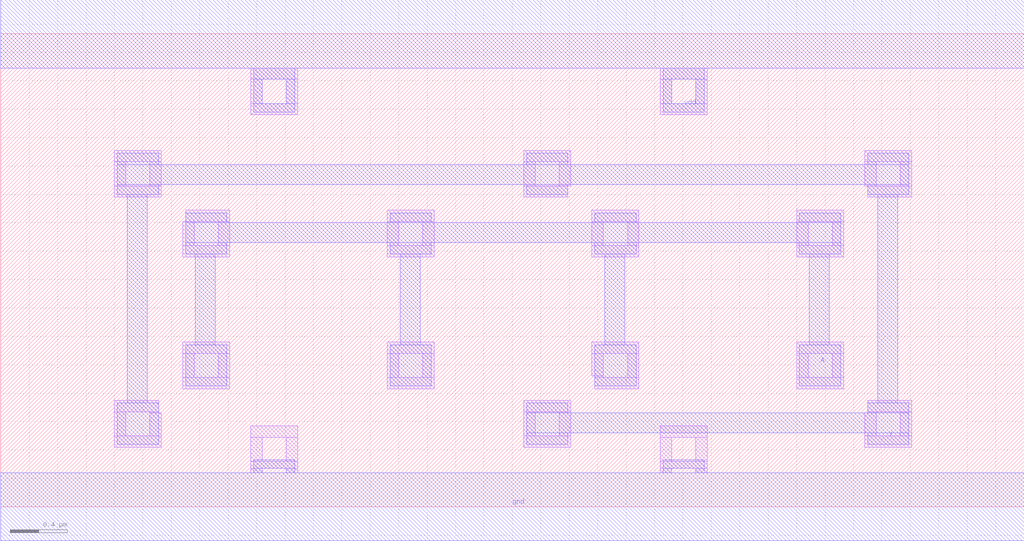
<source format=lef>
VERSION 5.7 ;
  NOWIREEXTENSIONATPIN ON ;
  DIVIDERCHAR "/" ;
  BUSBITCHARS "[]" ;
MACRO INVX8
  CLASS CORE ;
  FOREIGN INVX8 ;
  ORIGIN 0.000 0.000 ;
  SIZE 7.200 BY 3.330 ;
  SYMMETRY X Y R90 ;
  SITE unit ;
  PIN vdd
    DIRECTION INOUT ;
    USE POWER ;
    SHAPE ABUTMENT ;
    PORT
      LAYER met1 ;
        RECT 0.000 3.090 7.200 3.570 ;
        RECT 1.780 3.010 2.070 3.090 ;
        RECT 1.780 2.840 1.840 3.010 ;
        RECT 2.010 2.840 2.070 3.010 ;
        RECT 1.780 2.780 2.070 2.840 ;
        RECT 4.660 3.010 4.950 3.090 ;
        RECT 4.660 2.840 4.720 3.010 ;
        RECT 4.890 2.840 4.950 3.010 ;
        RECT 4.660 2.780 4.950 2.840 ;
    END
  END vdd
  PIN gnd
    DIRECTION INOUT ;
    USE GROUND ;
    SHAPE ABUTMENT ;
    PORT
      LAYER met1 ;
        RECT 1.780 0.270 2.070 0.330 ;
        RECT 1.780 0.240 1.840 0.270 ;
        RECT 2.010 0.240 2.070 0.270 ;
        RECT 4.660 0.270 4.950 0.330 ;
        RECT 4.660 0.240 4.720 0.270 ;
        RECT 4.890 0.240 4.950 0.270 ;
        RECT 0.000 -0.240 7.200 0.240 ;
    END
  END gnd
  PIN Y
    DIRECTION INOUT ;
    USE SIGNAL ;
    SHAPE ABUTMENT ;
    PORT
      LAYER met1 ;
        RECT 0.820 2.410 1.110 2.490 ;
        RECT 3.700 2.410 3.990 2.490 ;
        RECT 6.100 2.410 6.390 2.490 ;
        RECT 0.820 2.270 6.390 2.410 ;
        RECT 0.820 2.200 1.110 2.270 ;
        RECT 3.700 2.200 3.990 2.270 ;
        RECT 6.100 2.200 6.390 2.270 ;
        RECT 0.890 0.730 1.030 2.200 ;
        RECT 6.170 0.730 6.310 2.200 ;
        RECT 0.820 0.440 1.110 0.730 ;
        RECT 3.700 0.660 3.990 0.730 ;
        RECT 6.100 0.660 6.390 0.730 ;
        RECT 3.700 0.520 6.390 0.660 ;
        RECT 3.700 0.440 3.990 0.520 ;
        RECT 6.100 0.440 6.390 0.520 ;
    END
  END Y
  PIN A
    DIRECTION INOUT ;
    USE SIGNAL ;
    SHAPE ABUTMENT ;
    PORT
      LAYER met1 ;
        RECT 1.300 2.000 1.590 2.070 ;
        RECT 2.740 2.000 3.030 2.070 ;
        RECT 4.180 2.000 4.470 2.070 ;
        RECT 5.620 2.000 5.910 2.070 ;
        RECT 1.300 1.860 5.910 2.000 ;
        RECT 1.300 1.780 1.590 1.860 ;
        RECT 2.740 1.780 3.030 1.860 ;
        RECT 4.180 1.780 4.470 1.860 ;
        RECT 5.620 1.780 5.910 1.860 ;
        RECT 1.370 1.140 1.510 1.780 ;
        RECT 2.810 1.140 2.950 1.780 ;
        RECT 4.250 1.140 4.390 1.780 ;
        RECT 5.690 1.140 5.830 1.780 ;
        RECT 1.300 0.850 1.590 1.140 ;
        RECT 2.740 0.850 3.030 1.140 ;
        RECT 4.180 0.850 4.470 1.140 ;
        RECT 5.620 0.850 5.910 1.140 ;
    END
  END A
  OBS
      LAYER li1 ;
        RECT 1.760 3.010 2.090 3.090 ;
        RECT 1.760 2.840 1.840 3.010 ;
        RECT 2.010 2.840 2.090 3.010 ;
        RECT 1.760 2.760 2.090 2.840 ;
        RECT 4.640 3.010 4.970 3.090 ;
        RECT 4.640 2.840 4.720 3.010 ;
        RECT 4.890 2.840 4.970 3.010 ;
        RECT 4.640 2.760 4.970 2.840 ;
        RECT 0.800 2.430 1.130 2.510 ;
        RECT 0.800 2.260 0.880 2.430 ;
        RECT 1.050 2.260 1.130 2.430 ;
        RECT 0.800 2.180 1.130 2.260 ;
        RECT 3.680 2.430 4.010 2.510 ;
        RECT 3.680 2.260 3.760 2.430 ;
        RECT 3.930 2.260 4.010 2.430 ;
        RECT 6.080 2.430 6.410 2.510 ;
        RECT 6.080 2.260 6.160 2.430 ;
        RECT 6.330 2.260 6.410 2.430 ;
        RECT 3.680 2.180 3.990 2.260 ;
        RECT 6.100 2.180 6.410 2.260 ;
        RECT 1.300 2.010 1.610 2.090 ;
        RECT 1.280 1.840 1.360 2.010 ;
        RECT 1.530 1.840 1.610 2.010 ;
        RECT 1.280 1.760 1.610 1.840 ;
        RECT 2.720 2.010 3.050 2.090 ;
        RECT 2.720 1.840 2.800 2.010 ;
        RECT 2.970 1.840 3.050 2.010 ;
        RECT 2.720 1.760 3.050 1.840 ;
        RECT 4.160 2.010 4.490 2.090 ;
        RECT 4.160 1.840 4.240 2.010 ;
        RECT 4.410 1.840 4.490 2.010 ;
        RECT 4.160 1.760 4.490 1.840 ;
        RECT 5.600 2.010 5.930 2.090 ;
        RECT 5.600 1.840 5.680 2.010 ;
        RECT 5.850 1.840 5.930 2.010 ;
        RECT 5.600 1.760 5.930 1.840 ;
        RECT 1.280 1.080 1.610 1.160 ;
        RECT 1.280 0.910 1.360 1.080 ;
        RECT 1.530 0.910 1.610 1.080 ;
        RECT 1.280 0.830 1.610 0.910 ;
        RECT 2.720 1.080 3.050 1.160 ;
        RECT 2.720 0.910 2.800 1.080 ;
        RECT 2.970 0.910 3.050 1.080 ;
        RECT 4.160 1.080 4.490 1.160 ;
        RECT 4.160 0.920 4.240 1.080 ;
        RECT 2.720 0.830 3.050 0.910 ;
        RECT 4.180 0.910 4.240 0.920 ;
        RECT 4.410 0.910 4.490 1.080 ;
        RECT 4.180 0.830 4.490 0.910 ;
        RECT 5.600 1.080 5.930 1.160 ;
        RECT 5.600 0.910 5.680 1.080 ;
        RECT 5.850 0.910 5.930 1.080 ;
        RECT 5.600 0.830 5.930 0.910 ;
        RECT 0.800 0.670 1.110 0.750 ;
        RECT 0.800 0.500 0.880 0.670 ;
        RECT 1.050 0.660 1.110 0.670 ;
        RECT 3.680 0.670 4.010 0.750 ;
        RECT 1.050 0.500 1.130 0.660 ;
        RECT 0.800 0.420 1.130 0.500 ;
        RECT 1.760 0.490 2.090 0.570 ;
        RECT 1.760 0.320 1.840 0.490 ;
        RECT 2.010 0.320 2.090 0.490 ;
        RECT 3.680 0.500 3.760 0.670 ;
        RECT 3.930 0.500 4.010 0.670 ;
        RECT 6.100 0.670 6.410 0.750 ;
        RECT 6.100 0.660 6.160 0.670 ;
        RECT 3.680 0.420 4.010 0.500 ;
        RECT 4.640 0.490 4.970 0.570 ;
        RECT 1.760 0.270 2.090 0.320 ;
        RECT 1.760 0.240 1.840 0.270 ;
        RECT 2.010 0.240 2.090 0.270 ;
        RECT 4.640 0.320 4.720 0.490 ;
        RECT 4.890 0.320 4.970 0.490 ;
        RECT 6.080 0.500 6.160 0.660 ;
        RECT 6.330 0.500 6.410 0.670 ;
        RECT 6.080 0.420 6.410 0.500 ;
        RECT 4.640 0.270 4.970 0.320 ;
        RECT 4.640 0.240 4.720 0.270 ;
        RECT 4.890 0.240 4.970 0.270 ;
  END
END INVX8
END LIBRARY


</source>
